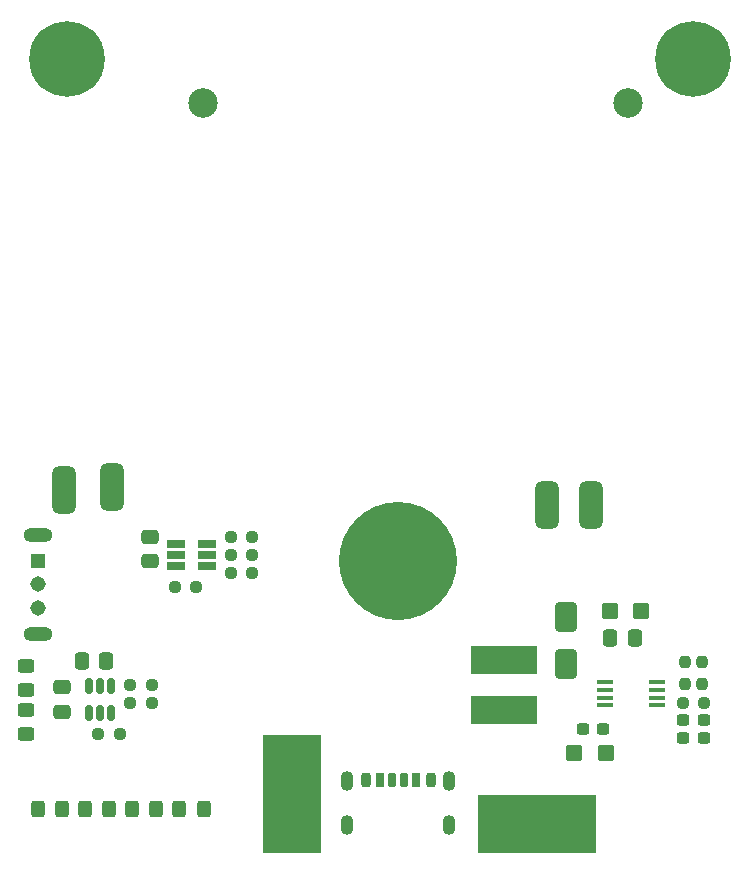
<source format=gbr>
%TF.GenerationSoftware,KiCad,Pcbnew,8.0.4*%
%TF.CreationDate,2024-09-10T22:23:10+08:00*%
%TF.ProjectId,sx70battery,73783730-6261-4747-9465-72792e6b6963,2*%
%TF.SameCoordinates,Original*%
%TF.FileFunction,Soldermask,Top*%
%TF.FilePolarity,Negative*%
%FSLAX46Y46*%
G04 Gerber Fmt 4.6, Leading zero omitted, Abs format (unit mm)*
G04 Created by KiCad (PCBNEW 8.0.4) date 2024-09-10 22:23:10*
%MOMM*%
%LPD*%
G01*
G04 APERTURE LIST*
G04 Aperture macros list*
%AMRoundRect*
0 Rectangle with rounded corners*
0 $1 Rounding radius*
0 $2 $3 $4 $5 $6 $7 $8 $9 X,Y pos of 4 corners*
0 Add a 4 corners polygon primitive as box body*
4,1,4,$2,$3,$4,$5,$6,$7,$8,$9,$2,$3,0*
0 Add four circle primitives for the rounded corners*
1,1,$1+$1,$2,$3*
1,1,$1+$1,$4,$5*
1,1,$1+$1,$6,$7*
1,1,$1+$1,$8,$9*
0 Add four rect primitives between the rounded corners*
20,1,$1+$1,$2,$3,$4,$5,0*
20,1,$1+$1,$4,$5,$6,$7,0*
20,1,$1+$1,$6,$7,$8,$9,0*
20,1,$1+$1,$8,$9,$2,$3,0*%
G04 Aperture macros list end*
%ADD10RoundRect,0.250000X-0.475000X0.337500X-0.475000X-0.337500X0.475000X-0.337500X0.475000X0.337500X0*%
%ADD11RoundRect,0.237500X-0.300000X-0.237500X0.300000X-0.237500X0.300000X0.237500X-0.300000X0.237500X0*%
%ADD12RoundRect,0.250000X-0.337500X-0.475000X0.337500X-0.475000X0.337500X0.475000X-0.337500X0.475000X0*%
%ADD13R,5.700000X2.400000*%
%ADD14R,5.000000X10.000000*%
%ADD15RoundRect,0.250000X-0.650000X1.000000X-0.650000X-1.000000X0.650000X-1.000000X0.650000X1.000000X0*%
%ADD16C,6.400000*%
%ADD17RoundRect,0.237500X0.250000X0.237500X-0.250000X0.237500X-0.250000X-0.237500X0.250000X-0.237500X0*%
%ADD18RoundRect,0.237500X-0.250000X-0.237500X0.250000X-0.237500X0.250000X0.237500X-0.250000X0.237500X0*%
%ADD19RoundRect,0.175000X-0.175000X-0.425000X0.175000X-0.425000X0.175000X0.425000X-0.175000X0.425000X0*%
%ADD20RoundRect,0.190000X0.190000X0.410000X-0.190000X0.410000X-0.190000X-0.410000X0.190000X-0.410000X0*%
%ADD21RoundRect,0.200000X0.200000X0.400000X-0.200000X0.400000X-0.200000X-0.400000X0.200000X-0.400000X0*%
%ADD22RoundRect,0.175000X0.175000X0.425000X-0.175000X0.425000X-0.175000X-0.425000X0.175000X-0.425000X0*%
%ADD23RoundRect,0.190000X-0.190000X-0.410000X0.190000X-0.410000X0.190000X0.410000X-0.190000X0.410000X0*%
%ADD24RoundRect,0.200000X-0.200000X-0.400000X0.200000X-0.400000X0.200000X0.400000X-0.200000X0.400000X0*%
%ADD25O,1.100000X1.700000*%
%ADD26C,2.500000*%
%ADD27RoundRect,0.150000X-0.150000X0.512500X-0.150000X-0.512500X0.150000X-0.512500X0.150000X0.512500X0*%
%ADD28RoundRect,0.500000X-0.500000X-1.500000X0.500000X-1.500000X0.500000X1.500000X-0.500000X1.500000X0*%
%ADD29RoundRect,0.250000X-0.450000X-0.425000X0.450000X-0.425000X0.450000X0.425000X-0.450000X0.425000X0*%
%ADD30RoundRect,0.237500X0.237500X-0.250000X0.237500X0.250000X-0.237500X0.250000X-0.237500X-0.250000X0*%
%ADD31R,10.000000X5.000000*%
%ADD32R,1.308000X1.308000*%
%ADD33C,1.308000*%
%ADD34O,2.460000X1.230000*%
%ADD35RoundRect,0.250000X-0.325000X-0.450000X0.325000X-0.450000X0.325000X0.450000X-0.325000X0.450000X0*%
%ADD36C,10.000000*%
%ADD37RoundRect,0.237500X-0.237500X0.250000X-0.237500X-0.250000X0.237500X-0.250000X0.237500X0.250000X0*%
%ADD38RoundRect,0.250000X0.450000X-0.325000X0.450000X0.325000X-0.450000X0.325000X-0.450000X-0.325000X0*%
%ADD39RoundRect,0.500000X0.500000X1.500000X-0.500000X1.500000X-0.500000X-1.500000X0.500000X-1.500000X0*%
%ADD40R,1.450000X0.450000*%
%ADD41R,1.560000X0.650000*%
%ADD42RoundRect,0.250000X-0.450000X0.325000X-0.450000X-0.325000X0.450000X-0.325000X0.450000X0.325000X0*%
G04 APERTURE END LIST*
D10*
%TO.C,C7*%
X129000000Y-97962500D03*
X129000000Y-100037500D03*
%TD*%
D11*
%TO.C,C9*%
X165637500Y-114250000D03*
X167362500Y-114250000D03*
%TD*%
%TO.C,C10*%
X174137500Y-115000000D03*
X175862500Y-115000000D03*
%TD*%
D12*
%TO.C,C13*%
X167962500Y-106500000D03*
X170037500Y-106500000D03*
%TD*%
D13*
%TO.C,L2*%
X159000000Y-112600000D03*
X159000000Y-108400000D03*
%TD*%
D14*
%TO.C,5V+1*%
X141000000Y-119750000D03*
%TD*%
D15*
%TO.C,D6*%
X164250000Y-104750000D03*
X164250000Y-108750000D03*
%TD*%
D16*
%TO.C,Bolt2*%
X175000000Y-57500000D03*
%TD*%
D17*
%TO.C,R_PRG1*%
X129162500Y-112000000D03*
X127337500Y-112000000D03*
%TD*%
D18*
%TO.C,R1*%
X127337500Y-110500000D03*
X129162500Y-110500000D03*
%TD*%
%TO.C,R4*%
X135837500Y-99500000D03*
X137662500Y-99500000D03*
%TD*%
D19*
%TO.C,J1*%
X149500000Y-118520000D03*
D20*
X151520000Y-118520000D03*
D21*
X152750000Y-118520000D03*
D22*
X150500000Y-118520000D03*
D23*
X148480000Y-118520000D03*
D24*
X147250000Y-118520000D03*
D25*
X145680000Y-118600000D03*
X145680000Y-122400000D03*
X154320000Y-118600000D03*
X154320000Y-122400000D03*
%TD*%
D26*
%TO.C,Sx70_Pogopin1*%
X133500000Y-61200000D03*
X169500000Y-61200000D03*
%TD*%
D27*
%TO.C,U1*%
X125700000Y-110612500D03*
X124750000Y-110612500D03*
X123800000Y-110612500D03*
X123800000Y-112887500D03*
X124750000Y-112887500D03*
X125700000Y-112887500D03*
%TD*%
D28*
%TO.C,BAT-1*%
X125750000Y-93750000D03*
%TD*%
D29*
%TO.C,C12*%
X167900000Y-104250000D03*
X170600000Y-104250000D03*
%TD*%
D30*
%TO.C,R8*%
X174250000Y-110412500D03*
X174250000Y-108587500D03*
%TD*%
D31*
%TO.C,GND1*%
X161750000Y-122250000D03*
%TD*%
D10*
%TO.C,C1*%
X121500000Y-110712500D03*
X121500000Y-112787500D03*
%TD*%
D32*
%TO.C,S1*%
X119500000Y-100000000D03*
D33*
X119500000Y-102000000D03*
X119500000Y-104000000D03*
D34*
X119500000Y-97800000D03*
X119500000Y-106200000D03*
%TD*%
D35*
%TO.C,D2*%
X119475000Y-121000000D03*
X121525000Y-121000000D03*
%TD*%
D36*
%TO.C,Hole1*%
X150000000Y-100000000D03*
%TD*%
D37*
%TO.C,R7*%
X175750000Y-108587500D03*
X175750000Y-110412500D03*
%TD*%
D28*
%TO.C,BAT+1*%
X121750000Y-94000000D03*
%TD*%
D18*
%TO.C,R3*%
X135837500Y-98000000D03*
X137662500Y-98000000D03*
%TD*%
D38*
%TO.C,STB1*%
X118500000Y-114662500D03*
X118500000Y-112612500D03*
%TD*%
D39*
%TO.C,6V+1*%
X162630000Y-95250000D03*
%TD*%
D17*
%TO.C,R9*%
X126412500Y-114637500D03*
X124587500Y-114637500D03*
%TD*%
D40*
%TO.C,U4*%
X171950000Y-112225000D03*
X171950000Y-111575000D03*
X171950000Y-110925000D03*
X171950000Y-110275000D03*
X167550000Y-110275000D03*
X167550000Y-110925000D03*
X167550000Y-111575000D03*
X167550000Y-112225000D03*
%TD*%
D41*
%TO.C,U3*%
X131150000Y-98550000D03*
X131150000Y-99500000D03*
X131150000Y-100450000D03*
X133850000Y-100450000D03*
X133850000Y-99500000D03*
X133850000Y-98550000D03*
%TD*%
D29*
%TO.C,C8*%
X164900000Y-116250000D03*
X167600000Y-116250000D03*
%TD*%
D11*
%TO.C,C11*%
X174137500Y-113500000D03*
X175862500Y-113500000D03*
%TD*%
D35*
%TO.C,D4*%
X127475000Y-121000000D03*
X129525000Y-121000000D03*
%TD*%
D16*
%TO.C,Bolt1*%
X122000000Y-57500000D03*
%TD*%
D42*
%TO.C,CHG1*%
X118500000Y-108862500D03*
X118500000Y-110912500D03*
%TD*%
D35*
%TO.C,D3*%
X123475000Y-121000000D03*
X125525000Y-121000000D03*
%TD*%
D18*
%TO.C,R5*%
X135837500Y-101000000D03*
X137662500Y-101000000D03*
%TD*%
%TO.C,R6*%
X174087500Y-112000000D03*
X175912500Y-112000000D03*
%TD*%
D39*
%TO.C,GND2*%
X166360000Y-95250000D03*
%TD*%
D18*
%TO.C,R2*%
X131087500Y-102250000D03*
X132912500Y-102250000D03*
%TD*%
D12*
%TO.C,C2*%
X123212500Y-108500000D03*
X125287500Y-108500000D03*
%TD*%
D35*
%TO.C,D5*%
X131475000Y-121000000D03*
X133525000Y-121000000D03*
%TD*%
M02*

</source>
